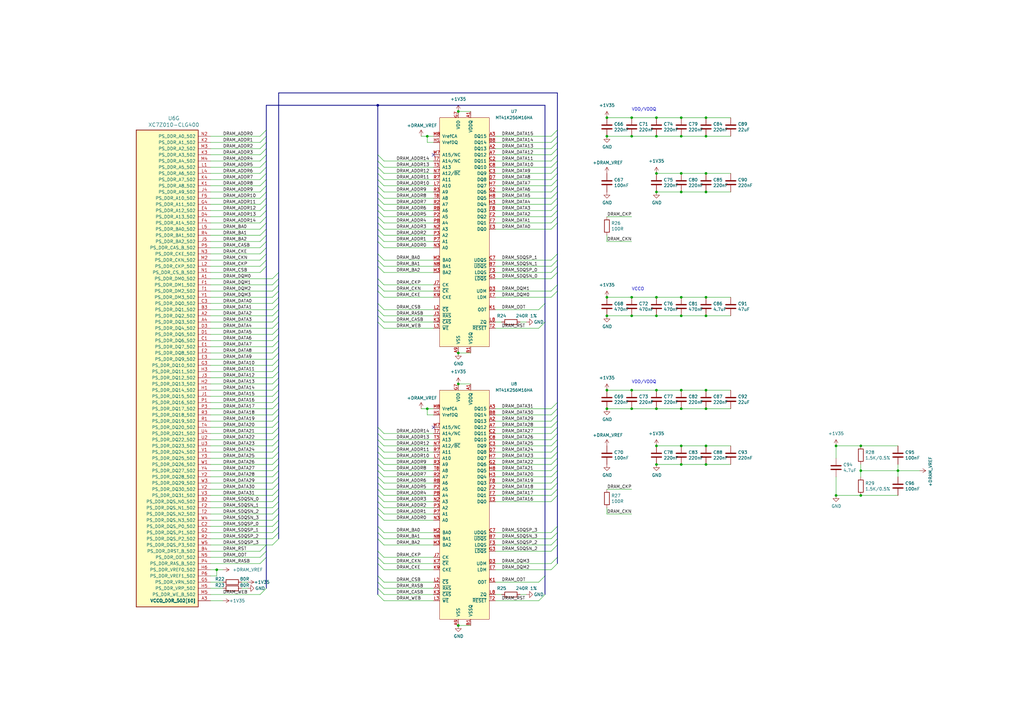
<source format=kicad_sch>
(kicad_sch (version 20230121) (generator eeschema)
  (paper "A3")
  (title_block (title "InuCal") (date "2020-06-30") (rev "R0.1") (company "Wenting Zhang") (comment 1 "zephray@outlook.com") (comment 2 "www.zephray.me"))
  (junction (at 279.4 182.88))
  (junction (at 279.4 55.88))
  (junction (at 269.24 129.54))
  (junction (at 289.56 190.5))
  (junction (at 269.24 71.12))
  (junction (at 259.08 167.64))
  (junction (at 289.56 167.64))
  (junction (at 289.56 160.02))
  (junction (at 289.56 78.74))
  (junction (at 187.96 144.78))
  (junction (at 279.4 129.54))
  (junction (at 289.56 55.88))
  (junction (at 289.56 182.88))
  (junction (at 248.92 48.26))
  (junction (at 368.3 193.04))
  (junction (at 248.92 160.02))
  (junction (at 187.96 256.54))
  (junction (at 279.4 121.92))
  (junction (at 88.9 233.68))
  (junction (at 342.9 203.2))
  (junction (at 248.92 55.88))
  (junction (at 259.08 160.02))
  (junction (at 353.06 182.88))
  (junction (at 248.92 167.64))
  (junction (at 353.06 193.04))
  (junction (at 259.08 129.54))
  (junction (at 269.24 160.02))
  (junction (at 269.24 78.74))
  (junction (at 279.4 78.74))
  (junction (at 353.06 203.2))
  (junction (at 269.24 121.92))
  (junction (at 175.26 167.64))
  (junction (at 269.24 55.88))
  (junction (at 289.56 48.26))
  (junction (at 279.4 48.26))
  (junction (at 154.94 43.18))
  (junction (at 248.92 129.54))
  (junction (at 289.56 121.92))
  (junction (at 259.08 55.88))
  (junction (at 269.24 48.26))
  (junction (at 175.26 55.88))
  (junction (at 248.92 121.92))
  (junction (at 259.08 48.26))
  (junction (at 279.4 167.64))
  (junction (at 259.08 121.92))
  (junction (at 279.4 160.02))
  (junction (at 269.24 182.88))
  (junction (at 279.4 71.12))
  (junction (at 269.24 190.5))
  (junction (at 279.4 190.5))
  (junction (at 187.96 45.72))
  (junction (at 342.9 182.88))
  (junction (at 289.56 71.12))
  (junction (at 187.96 157.48))
  (junction (at 289.56 129.54))
  (junction (at 269.24 167.64))
  (no_connect (at 177.8 175.26))
  (no_connect (at 177.8 63.5))
  (bus_entry (at 154.94 200.66) (size 2.54 2.54))
  (bus_entry (at 226.06 175.26) (size 2.54 -2.54))
  (bus_entry (at 154.94 63.5) (size 2.54 2.54))
  (bus_entry (at 226.06 60.96) (size 2.54 -2.54))
  (bus_entry (at 111.76 167.64) (size 2.54 -2.54))
  (bus_entry (at 106.68 111.76) (size 2.54 -2.54))
  (bus_entry (at 106.68 101.6) (size 2.54 -2.54))
  (bus_entry (at 106.68 243.84) (size 2.54 -2.54))
  (bus_entry (at 226.06 55.88) (size 2.54 -2.54))
  (bus_entry (at 111.76 175.26) (size 2.54 -2.54))
  (bus_entry (at 111.76 220.98) (size 2.54 -2.54))
  (bus_entry (at 226.06 114.3) (size 2.54 -2.54))
  (bus_entry (at 226.06 193.04) (size 2.54 -2.54))
  (bus_entry (at 226.06 205.74) (size 2.54 -2.54))
  (bus_entry (at 226.06 218.44) (size 2.54 -2.54))
  (bus_entry (at 154.94 127) (size 2.54 2.54))
  (bus_entry (at 154.94 93.98) (size 2.54 2.54))
  (bus_entry (at 154.94 190.5) (size 2.54 2.54))
  (bus_entry (at 220.98 134.62) (size 2.54 -2.54))
  (bus_entry (at 226.06 233.68) (size 2.54 -2.54))
  (bus_entry (at 226.06 78.74) (size 2.54 -2.54))
  (bus_entry (at 220.98 127) (size 2.54 -2.54))
  (bus_entry (at 226.06 182.88) (size 2.54 -2.54))
  (bus_entry (at 111.76 208.28) (size 2.54 -2.54))
  (bus_entry (at 111.76 162.56) (size 2.54 -2.54))
  (bus_entry (at 106.68 93.98) (size 2.54 -2.54))
  (bus_entry (at 111.76 185.42) (size 2.54 -2.54))
  (bus_entry (at 226.06 91.44) (size 2.54 -2.54))
  (bus_entry (at 226.06 185.42) (size 2.54 -2.54))
  (bus_entry (at 111.76 218.44) (size 2.54 -2.54))
  (bus_entry (at 111.76 198.12) (size 2.54 -2.54))
  (bus_entry (at 111.76 170.18) (size 2.54 -2.54))
  (bus_entry (at 111.76 121.92) (size 2.54 -2.54))
  (bus_entry (at 154.94 96.52) (size 2.54 2.54))
  (bus_entry (at 111.76 213.36) (size 2.54 -2.54))
  (bus_entry (at 154.94 210.82) (size 2.54 2.54))
  (bus_entry (at 111.76 127) (size 2.54 -2.54))
  (bus_entry (at 111.76 160.02) (size 2.54 -2.54))
  (bus_entry (at 106.68 109.22) (size 2.54 -2.54))
  (bus_entry (at 111.76 144.78) (size 2.54 -2.54))
  (bus_entry (at 226.06 220.98) (size 2.54 -2.54))
  (bus_entry (at 154.94 86.36) (size 2.54 2.54))
  (bus_entry (at 226.06 167.64) (size 2.54 -2.54))
  (bus_entry (at 154.94 132.08) (size 2.54 2.54))
  (bus_entry (at 111.76 223.52) (size 2.54 -2.54))
  (bus_entry (at 154.94 106.68) (size 2.54 2.54))
  (bus_entry (at 111.76 152.4) (size 2.54 -2.54))
  (bus_entry (at 111.76 190.5) (size 2.54 -2.54))
  (bus_entry (at 226.06 200.66) (size 2.54 -2.54))
  (bus_entry (at 226.06 190.5) (size 2.54 -2.54))
  (bus_entry (at 154.94 205.74) (size 2.54 2.54))
  (bus_entry (at 106.68 71.12) (size 2.54 -2.54))
  (bus_entry (at 154.94 182.88) (size 2.54 2.54))
  (bus_entry (at 154.94 236.22) (size 2.54 2.54))
  (bus_entry (at 111.76 205.74) (size 2.54 -2.54))
  (bus_entry (at 111.76 157.48) (size 2.54 -2.54))
  (bus_entry (at 154.94 193.04) (size 2.54 2.54))
  (bus_entry (at 154.94 218.44) (size 2.54 2.54))
  (bus_entry (at 226.06 88.9) (size 2.54 -2.54))
  (bus_entry (at 111.76 215.9) (size 2.54 -2.54))
  (bus_entry (at 226.06 63.5) (size 2.54 -2.54))
  (bus_entry (at 106.68 60.96) (size 2.54 -2.54))
  (bus_entry (at 106.68 81.28) (size 2.54 -2.54))
  (bus_entry (at 106.68 99.06) (size 2.54 -2.54))
  (bus_entry (at 226.06 187.96) (size 2.54 -2.54))
  (bus_entry (at 154.94 175.26) (size 2.54 2.54))
  (bus_entry (at 154.94 243.84) (size 2.54 2.54))
  (bus_entry (at 154.94 195.58) (size 2.54 2.54))
  (bus_entry (at 106.68 226.06) (size 2.54 -2.54))
  (bus_entry (at 226.06 71.12) (size 2.54 -2.54))
  (bus_entry (at 226.06 111.76) (size 2.54 -2.54))
  (bus_entry (at 154.94 88.9) (size 2.54 2.54))
  (bus_entry (at 154.94 116.84) (size 2.54 2.54))
  (bus_entry (at 154.94 83.82) (size 2.54 2.54))
  (bus_entry (at 106.68 76.2) (size 2.54 -2.54))
  (bus_entry (at 226.06 58.42) (size 2.54 -2.54))
  (bus_entry (at 154.94 241.3) (size 2.54 2.54))
  (bus_entry (at 154.94 91.44) (size 2.54 2.54))
  (bus_entry (at 111.76 193.04) (size 2.54 -2.54))
  (bus_entry (at 154.94 78.74) (size 2.54 2.54))
  (bus_entry (at 154.94 198.12) (size 2.54 2.54))
  (bus_entry (at 154.94 177.8) (size 2.54 2.54))
  (bus_entry (at 226.06 109.22) (size 2.54 -2.54))
  (bus_entry (at 226.06 76.2) (size 2.54 -2.54))
  (bus_entry (at 154.94 129.54) (size 2.54 2.54))
  (bus_entry (at 154.94 180.34) (size 2.54 2.54))
  (bus_entry (at 106.68 66.04) (size 2.54 -2.54))
  (bus_entry (at 111.76 116.84) (size 2.54 -2.54))
  (bus_entry (at 226.06 106.68) (size 2.54 -2.54))
  (bus_entry (at 226.06 68.58) (size 2.54 -2.54))
  (bus_entry (at 154.94 104.14) (size 2.54 2.54))
  (bus_entry (at 154.94 109.22) (size 2.54 2.54))
  (bus_entry (at 111.76 165.1) (size 2.54 -2.54))
  (bus_entry (at 106.68 63.5) (size 2.54 -2.54))
  (bus_entry (at 154.94 119.38) (size 2.54 2.54))
  (bus_entry (at 226.06 180.34) (size 2.54 -2.54))
  (bus_entry (at 226.06 195.58) (size 2.54 -2.54))
  (bus_entry (at 111.76 139.7) (size 2.54 -2.54))
  (bus_entry (at 154.94 71.12) (size 2.54 2.54))
  (bus_entry (at 226.06 198.12) (size 2.54 -2.54))
  (bus_entry (at 226.06 203.2) (size 2.54 -2.54))
  (bus_entry (at 226.06 73.66) (size 2.54 -2.54))
  (bus_entry (at 226.06 231.14) (size 2.54 -2.54))
  (bus_entry (at 111.76 200.66) (size 2.54 -2.54))
  (bus_entry (at 226.06 223.52) (size 2.54 -2.54))
  (bus_entry (at 106.68 228.6) (size 2.54 -2.54))
  (bus_entry (at 111.76 142.24) (size 2.54 -2.54))
  (bus_entry (at 154.94 99.06) (size 2.54 2.54))
  (bus_entry (at 111.76 187.96) (size 2.54 -2.54))
  (bus_entry (at 111.76 195.58) (size 2.54 -2.54))
  (bus_entry (at 226.06 93.98) (size 2.54 -2.54))
  (bus_entry (at 226.06 66.04) (size 2.54 -2.54))
  (bus_entry (at 111.76 137.16) (size 2.54 -2.54))
  (bus_entry (at 106.68 78.74) (size 2.54 -2.54))
  (bus_entry (at 106.68 91.44) (size 2.54 -2.54))
  (bus_entry (at 226.06 170.18) (size 2.54 -2.54))
  (bus_entry (at 154.94 228.6) (size 2.54 2.54))
  (bus_entry (at 111.76 132.08) (size 2.54 -2.54))
  (bus_entry (at 154.94 215.9) (size 2.54 2.54))
  (bus_entry (at 111.76 119.38) (size 2.54 -2.54))
  (bus_entry (at 106.68 83.82) (size 2.54 -2.54))
  (bus_entry (at 106.68 96.52) (size 2.54 -2.54))
  (bus_entry (at 106.68 73.66) (size 2.54 -2.54))
  (bus_entry (at 154.94 81.28) (size 2.54 2.54))
  (bus_entry (at 154.94 76.2) (size 2.54 2.54))
  (bus_entry (at 111.76 172.72) (size 2.54 -2.54))
  (bus_entry (at 106.68 58.42) (size 2.54 -2.54))
  (bus_entry (at 226.06 172.72) (size 2.54 -2.54))
  (bus_entry (at 111.76 180.34) (size 2.54 -2.54))
  (bus_entry (at 154.94 226.06) (size 2.54 2.54))
  (bus_entry (at 154.94 66.04) (size 2.54 2.54))
  (bus_entry (at 106.68 104.14) (size 2.54 -2.54))
  (bus_entry (at 106.68 86.36) (size 2.54 -2.54))
  (bus_entry (at 111.76 149.86) (size 2.54 -2.54))
  (bus_entry (at 226.06 121.92) (size 2.54 -2.54))
  (bus_entry (at 111.76 203.2) (size 2.54 -2.54))
  (bus_entry (at 111.76 114.3) (size 2.54 -2.54))
  (bus_entry (at 154.94 203.2) (size 2.54 2.54))
  (bus_entry (at 106.68 68.58) (size 2.54 -2.54))
  (bus_entry (at 154.94 114.3) (size 2.54 2.54))
  (bus_entry (at 111.76 154.94) (size 2.54 -2.54))
  (bus_entry (at 154.94 187.96) (size 2.54 2.54))
  (bus_entry (at 106.68 106.68) (size 2.54 -2.54))
  (bus_entry (at 111.76 134.62) (size 2.54 -2.54))
  (bus_entry (at 106.68 231.14) (size 2.54 -2.54))
  (bus_entry (at 106.68 55.88) (size 2.54 -2.54))
  (bus_entry (at 226.06 86.36) (size 2.54 -2.54))
  (bus_entry (at 154.94 220.98) (size 2.54 2.54))
  (bus_entry (at 226.06 83.82) (size 2.54 -2.54))
  (bus_entry (at 154.94 208.28) (size 2.54 2.54))
  (bus_entry (at 226.06 119.38) (size 2.54 -2.54))
  (bus_entry (at 226.06 81.28) (size 2.54 -2.54))
  (bus_entry (at 111.76 129.54) (size 2.54 -2.54))
  (bus_entry (at 111.76 177.8) (size 2.54 -2.54))
  (bus_entry (at 226.06 177.8) (size 2.54 -2.54))
  (bus_entry (at 154.94 124.46) (size 2.54 2.54))
  (bus_entry (at 220.98 238.76) (size 2.54 -2.54))
  (bus_entry (at 154.94 231.14) (size 2.54 2.54))
  (bus_entry (at 111.76 182.88) (size 2.54 -2.54))
  (bus_entry (at 154.94 185.42) (size 2.54 2.54))
  (bus_entry (at 111.76 210.82) (size 2.54 -2.54))
  (bus_entry (at 154.94 238.76) (size 2.54 2.54))
  (bus_entry (at 106.68 88.9) (size 2.54 -2.54))
  (bus_entry (at 111.76 147.32) (size 2.54 -2.54))
  (bus_entry (at 111.76 124.46) (size 2.54 -2.54))
  (bus_entry (at 154.94 68.58) (size 2.54 2.54))
  (bus_entry (at 154.94 73.66) (size 2.54 2.54))
  (bus_entry (at 226.06 226.06) (size 2.54 -2.54))
  (bus_entry (at 220.98 246.38) (size 2.54 -2.54))
  (wire (pts (xy 368.3 190.5) (xy 368.3 193.04)))
  (wire (pts (xy 86.36 180.34) (xy 111.76 180.34)))
  (bus (pts (xy 154.94 177.8) (xy 154.94 180.34)))
  (bus (pts (xy 228.6 200.66) (xy 228.6 203.2)))
  (bus (pts (xy 154.94 43.18) (xy 154.94 63.5)))
  (bus (pts (xy 228.6 38.1) (xy 228.6 53.34)))
  (wire (pts (xy 157.48 220.98) (xy 177.8 220.98)))
  (wire (pts (xy 106.68 99.06) (xy 86.36 99.06)))
  (wire (pts (xy 86.36 134.62) (xy 111.76 134.62)))
  (bus (pts (xy 114.3 208.28) (xy 114.3 210.82)))
  (bus (pts (xy 114.3 124.46) (xy 114.3 127)))
  (wire (pts (xy 99.06 238.76) (xy 101.6 238.76)))
  (wire (pts (xy 157.48 182.88) (xy 177.8 182.88)))
  (bus (pts (xy 228.6 91.44) (xy 228.6 104.14)))
  (bus (pts (xy 114.3 144.78) (xy 114.3 147.32)))
  (bus (pts (xy 109.22 68.58) (xy 109.22 71.12)))
  (wire (pts (xy 220.98 238.76) (xy 203.2 238.76)))
  (wire (pts (xy 157.48 195.58) (xy 177.8 195.58)))
  (bus (pts (xy 228.6 106.68) (xy 228.6 109.22)))
  (bus (pts (xy 154.94 218.44) (xy 154.94 220.98)))
  (wire (pts (xy 203.2 134.62) (xy 220.98 134.62)))
  (bus (pts (xy 154.94 190.5) (xy 154.94 193.04)))
  (wire (pts (xy 353.06 190.5) (xy 353.06 193.04)))
  (wire (pts (xy 86.36 170.18) (xy 111.76 170.18)))
  (wire (pts (xy 203.2 223.52) (xy 226.06 223.52)))
  (bus (pts (xy 154.94 231.14) (xy 154.94 236.22)))
  (wire (pts (xy 157.48 101.6) (xy 177.8 101.6)))
  (wire (pts (xy 157.48 129.54) (xy 177.8 129.54)))
  (bus (pts (xy 154.94 68.58) (xy 154.94 71.12)))
  (wire (pts (xy 269.24 190.5) (xy 279.4 190.5)))
  (wire (pts (xy 106.68 88.9) (xy 86.36 88.9)))
  (wire (pts (xy 203.2 88.9) (xy 226.06 88.9)))
  (wire (pts (xy 86.36 175.26) (xy 111.76 175.26)))
  (bus (pts (xy 154.94 124.46) (xy 154.94 127)))
  (bus (pts (xy 154.94 78.74) (xy 154.94 81.28)))
  (bus (pts (xy 228.6 53.34) (xy 228.6 55.88)))
  (bus (pts (xy 109.22 88.9) (xy 109.22 91.44)))
  (wire (pts (xy 368.3 203.2) (xy 353.06 203.2)))
  (wire (pts (xy 157.48 81.28) (xy 177.8 81.28)))
  (wire (pts (xy 157.48 208.28) (xy 177.8 208.28)))
  (bus (pts (xy 228.6 193.04) (xy 228.6 195.58)))
  (wire (pts (xy 106.68 81.28) (xy 86.36 81.28)))
  (wire (pts (xy 86.36 162.56) (xy 111.76 162.56)))
  (wire (pts (xy 203.2 190.5) (xy 226.06 190.5)))
  (wire (pts (xy 86.36 177.8) (xy 111.76 177.8)))
  (bus (pts (xy 109.22 109.22) (xy 109.22 223.52)))
  (wire (pts (xy 86.36 220.98) (xy 111.76 220.98)))
  (wire (pts (xy 86.36 121.92) (xy 111.76 121.92)))
  (wire (pts (xy 187.96 45.72) (xy 193.04 45.72)))
  (wire (pts (xy 157.48 223.52) (xy 177.8 223.52)))
  (wire (pts (xy 157.48 203.2) (xy 177.8 203.2)))
  (wire (pts (xy 299.72 48.26) (xy 289.56 48.26)))
  (wire (pts (xy 86.36 137.16) (xy 111.76 137.16)))
  (wire (pts (xy 248.92 160.02) (xy 259.08 160.02)))
  (bus (pts (xy 154.94 241.3) (xy 154.94 243.84)))
  (wire (pts (xy 157.48 233.68) (xy 177.8 233.68)))
  (bus (pts (xy 228.6 170.18) (xy 228.6 172.72)))
  (wire (pts (xy 279.4 129.54) (xy 269.24 129.54)))
  (bus (pts (xy 223.52 236.22) (xy 223.52 243.84)))
  (bus (pts (xy 154.94 205.74) (xy 154.94 208.28)))
  (wire (pts (xy 86.36 129.54) (xy 111.76 129.54)))
  (wire (pts (xy 289.56 129.54) (xy 279.4 129.54)))
  (wire (pts (xy 353.06 182.88) (xy 368.3 182.88)))
  (bus (pts (xy 114.3 165.1) (xy 114.3 167.64)))
  (bus (pts (xy 228.6 81.28) (xy 228.6 83.82)))
  (bus (pts (xy 228.6 185.42) (xy 228.6 187.96)))
  (bus (pts (xy 114.3 175.26) (xy 114.3 177.8)))
  (bus (pts (xy 228.6 60.96) (xy 228.6 63.5)))
  (bus (pts (xy 154.94 182.88) (xy 154.94 185.42)))
  (bus (pts (xy 109.22 96.52) (xy 109.22 99.06)))
  (bus (pts (xy 109.22 58.42) (xy 109.22 60.96)))
  (bus (pts (xy 154.94 43.18) (xy 109.22 43.18)))
  (wire (pts (xy 353.06 203.2) (xy 342.9 203.2)))
  (wire (pts (xy 106.68 68.58) (xy 86.36 68.58)))
  (wire (pts (xy 299.72 190.5) (xy 289.56 190.5)))
  (bus (pts (xy 228.6 73.66) (xy 228.6 76.2)))
  (wire (pts (xy 269.24 167.64) (xy 259.08 167.64)))
  (bus (pts (xy 228.6 175.26) (xy 228.6 177.8)))
  (bus (pts (xy 154.94 215.9) (xy 154.94 218.44)))
  (bus (pts (xy 228.6 187.96) (xy 228.6 190.5)))
  (bus (pts (xy 114.3 187.96) (xy 114.3 190.5)))
  (wire (pts (xy 203.2 109.22) (xy 226.06 109.22)))
  (wire (pts (xy 172.72 167.64) (xy 175.26 167.64)))
  (wire (pts (xy 86.36 210.82) (xy 111.76 210.82)))
  (wire (pts (xy 99.06 241.3) (xy 101.6 241.3)))
  (wire (pts (xy 203.2 167.64) (xy 226.06 167.64)))
  (wire (pts (xy 106.68 76.2) (xy 86.36 76.2)))
  (wire (pts (xy 157.48 119.38) (xy 177.8 119.38)))
  (bus (pts (xy 154.94 220.98) (xy 154.94 226.06)))
  (wire (pts (xy 203.2 58.42) (xy 226.06 58.42)))
  (bus (pts (xy 154.94 210.82) (xy 154.94 215.9)))
  (wire (pts (xy 86.36 165.1) (xy 111.76 165.1)))
  (bus (pts (xy 154.94 83.82) (xy 154.94 86.36)))
  (bus (pts (xy 154.94 238.76) (xy 154.94 241.3)))
  (bus (pts (xy 154.94 116.84) (xy 154.94 119.38)))
  (wire (pts (xy 157.48 187.96) (xy 177.8 187.96)))
  (bus (pts (xy 114.3 127) (xy 114.3 129.54)))
  (wire (pts (xy 157.48 246.38) (xy 177.8 246.38)))
  (bus (pts (xy 228.6 228.6) (xy 228.6 231.14)))
  (bus (pts (xy 228.6 119.38) (xy 228.6 165.1)))
  (wire (pts (xy 203.2 226.06) (xy 226.06 226.06)))
  (bus (pts (xy 114.3 134.62) (xy 114.3 137.16)))
  (bus (pts (xy 228.6 215.9) (xy 228.6 218.44)))
  (bus (pts (xy 114.3 195.58) (xy 114.3 198.12)))
  (wire (pts (xy 203.2 231.14) (xy 226.06 231.14)))
  (wire (pts (xy 203.2 111.76) (xy 226.06 111.76)))
  (wire (pts (xy 86.36 208.28) (xy 111.76 208.28)))
  (wire (pts (xy 175.26 58.42) (xy 175.26 55.88)))
  (bus (pts (xy 114.3 147.32) (xy 114.3 149.86)))
  (wire (pts (xy 299.72 182.88) (xy 289.56 182.88)))
  (bus (pts (xy 109.22 60.96) (xy 109.22 63.5)))
  (bus (pts (xy 154.94 71.12) (xy 154.94 73.66)))
  (bus (pts (xy 228.6 195.58) (xy 228.6 198.12)))
  (wire (pts (xy 157.48 91.44) (xy 177.8 91.44)))
  (wire (pts (xy 86.36 185.42) (xy 111.76 185.42)))
  (bus (pts (xy 154.94 86.36) (xy 154.94 88.9)))
  (wire (pts (xy 86.36 147.32) (xy 111.76 147.32)))
  (wire (pts (xy 86.36 152.4) (xy 111.76 152.4)))
  (bus (pts (xy 154.94 106.68) (xy 154.94 109.22)))
  (wire (pts (xy 86.36 238.76) (xy 91.44 238.76)))
  (bus (pts (xy 109.22 43.18) (xy 109.22 53.34)))
  (bus (pts (xy 114.3 167.64) (xy 114.3 170.18)))
  (bus (pts (xy 228.6 71.12) (xy 228.6 73.66)))
  (wire (pts (xy 86.36 187.96) (xy 111.76 187.96)))
  (wire (pts (xy 86.36 241.3) (xy 91.44 241.3)))
  (wire (pts (xy 203.2 246.38) (xy 220.98 246.38)))
  (bus (pts (xy 154.94 96.52) (xy 154.94 99.06)))
  (wire (pts (xy 106.68 73.66) (xy 86.36 73.66)))
  (bus (pts (xy 109.22 76.2) (xy 109.22 78.74)))
  (wire (pts (xy 157.48 231.14) (xy 177.8 231.14)))
  (bus (pts (xy 223.52 124.46) (xy 223.52 132.08)))
  (wire (pts (xy 86.36 154.94) (xy 111.76 154.94)))
  (bus (pts (xy 109.22 101.6) (xy 109.22 104.14)))
  (wire (pts (xy 157.48 190.5) (xy 177.8 190.5)))
  (bus (pts (xy 114.3 203.2) (xy 114.3 205.74)))
  (wire (pts (xy 157.48 78.74) (xy 177.8 78.74)))
  (wire (pts (xy 157.48 134.62) (xy 177.8 134.62)))
  (wire (pts (xy 106.68 78.74) (xy 86.36 78.74)))
  (bus (pts (xy 114.3 129.54) (xy 114.3 132.08)))
  (wire (pts (xy 368.3 193.04) (xy 368.3 195.58)))
  (wire (pts (xy 259.08 160.02) (xy 269.24 160.02)))
  (wire (pts (xy 220.98 127) (xy 203.2 127)))
  (bus (pts (xy 228.6 104.14) (xy 228.6 106.68)))
  (wire (pts (xy 86.36 127) (xy 111.76 127)))
  (wire (pts (xy 248.92 99.06) (xy 248.92 96.52)))
  (bus (pts (xy 228.6 172.72) (xy 228.6 175.26)))
  (bus (pts (xy 114.3 116.84) (xy 114.3 119.38)))
  (bus (pts (xy 228.6 116.84) (xy 228.6 119.38)))
  (wire (pts (xy 157.48 177.8) (xy 177.8 177.8)))
  (bus (pts (xy 114.3 170.18) (xy 114.3 172.72)))
  (wire (pts (xy 86.36 203.2) (xy 111.76 203.2)))
  (wire (pts (xy 86.36 218.44) (xy 111.76 218.44)))
  (bus (pts (xy 114.3 210.82) (xy 114.3 213.36)))
  (bus (pts (xy 154.94 228.6) (xy 154.94 231.14)))
  (wire (pts (xy 106.68 66.04) (xy 86.36 66.04)))
  (wire (pts (xy 269.24 78.74) (xy 279.4 78.74)))
  (bus (pts (xy 154.94 93.98) (xy 154.94 96.52)))
  (wire (pts (xy 157.48 111.76) (xy 177.8 111.76)))
  (bus (pts (xy 154.94 104.14) (xy 154.94 106.68)))
  (wire (pts (xy 203.2 195.58) (xy 226.06 195.58)))
  (wire (pts (xy 106.68 60.96) (xy 86.36 60.96)))
  (wire (pts (xy 86.36 149.86) (xy 111.76 149.86)))
  (wire (pts (xy 106.68 228.6) (xy 86.36 228.6)))
  (bus (pts (xy 114.3 139.7) (xy 114.3 142.24)))
  (wire (pts (xy 203.2 91.44) (xy 226.06 91.44)))
  (bus (pts (xy 109.22 55.88) (xy 109.22 58.42)))
  (wire (pts (xy 203.2 175.26) (xy 226.06 175.26)))
  (wire (pts (xy 157.48 200.66) (xy 177.8 200.66)))
  (wire (pts (xy 175.26 170.18) (xy 175.26 167.64)))
  (wire (pts (xy 157.48 132.08) (xy 177.8 132.08)))
  (bus (pts (xy 114.3 162.56) (xy 114.3 165.1)))
  (wire (pts (xy 86.36 114.3) (xy 111.76 114.3)))
  (wire (pts (xy 157.48 73.66) (xy 177.8 73.66)))
  (bus (pts (xy 228.6 165.1) (xy 228.6 167.64)))
  (wire (pts (xy 86.36 190.5) (xy 111.76 190.5)))
  (bus (pts (xy 228.6 220.98) (xy 228.6 223.52)))
  (wire (pts (xy 259.08 121.92) (xy 269.24 121.92)))
  (wire (pts (xy 269.24 71.12) (xy 279.4 71.12)))
  (bus (pts (xy 154.94 114.3) (xy 154.94 116.84)))
  (wire (pts (xy 86.36 246.38) (xy 91.44 246.38)))
  (wire (pts (xy 299.72 167.64) (xy 289.56 167.64)))
  (bus (pts (xy 154.94 226.06) (xy 154.94 228.6)))
  (wire (pts (xy 106.68 231.14) (xy 86.36 231.14)))
  (bus (pts (xy 228.6 78.74) (xy 228.6 81.28)))
  (bus (pts (xy 114.3 132.08) (xy 114.3 134.62)))
  (wire (pts (xy 203.2 205.74) (xy 226.06 205.74)))
  (wire (pts (xy 353.06 193.04) (xy 368.3 193.04)))
  (wire (pts (xy 106.68 243.84) (xy 86.36 243.84)))
  (bus (pts (xy 109.22 223.52) (xy 109.22 226.06)))
  (wire (pts (xy 203.2 180.34) (xy 226.06 180.34)))
  (wire (pts (xy 157.48 99.06) (xy 177.8 99.06)))
  (wire (pts (xy 289.56 167.64) (xy 279.4 167.64)))
  (wire (pts (xy 106.68 63.5) (xy 86.36 63.5)))
  (wire (pts (xy 157.48 228.6) (xy 177.8 228.6)))
  (bus (pts (xy 228.6 76.2) (xy 228.6 78.74)))
  (wire (pts (xy 203.2 220.98) (xy 226.06 220.98)))
  (wire (pts (xy 289.56 48.26) (xy 279.4 48.26)))
  (wire (pts (xy 377.19 193.04) (xy 368.3 193.04)))
  (wire (pts (xy 175.26 167.64) (xy 177.8 167.64)))
  (wire (pts (xy 106.68 109.22) (xy 86.36 109.22)))
  (bus (pts (xy 109.22 93.98) (xy 109.22 96.52)))
  (bus (pts (xy 154.94 195.58) (xy 154.94 198.12)))
  (wire (pts (xy 203.2 172.72) (xy 226.06 172.72)))
  (wire (pts (xy 187.96 144.78) (xy 193.04 144.78)))
  (wire (pts (xy 177.8 170.18) (xy 175.26 170.18)))
  (wire (pts (xy 203.2 106.68) (xy 226.06 106.68)))
  (bus (pts (xy 228.6 218.44) (xy 228.6 220.98)))
  (wire (pts (xy 86.36 215.9) (xy 111.76 215.9)))
  (wire (pts (xy 106.68 104.14) (xy 86.36 104.14)))
  (bus (pts (xy 228.6 180.34) (xy 228.6 182.88)))
  (bus (pts (xy 154.94 127) (xy 154.94 129.54)))
  (wire (pts (xy 187.96 157.48) (xy 193.04 157.48)))
  (wire (pts (xy 157.48 116.84) (xy 177.8 116.84)))
  (wire (pts (xy 157.48 109.22) (xy 177.8 109.22)))
  (bus (pts (xy 114.3 114.3) (xy 114.3 116.84)))
  (bus (pts (xy 154.94 76.2) (xy 154.94 78.74)))
  (wire (pts (xy 157.48 76.2) (xy 177.8 76.2)))
  (bus (pts (xy 154.94 208.28) (xy 154.94 210.82)))
  (wire (pts (xy 299.72 121.92) (xy 289.56 121.92)))
  (bus (pts (xy 109.22 73.66) (xy 109.22 76.2)))
  (bus (pts (xy 228.6 83.82) (xy 228.6 86.36)))
  (bus (pts (xy 154.94 91.44) (xy 154.94 93.98)))
  (wire (pts (xy 106.68 91.44) (xy 86.36 91.44)))
  (bus (pts (xy 228.6 63.5) (xy 228.6 66.04)))
  (wire (pts (xy 203.2 187.96) (xy 226.06 187.96)))
  (bus (pts (xy 223.52 43.18) (xy 223.52 124.46)))
  (wire (pts (xy 203.2 81.28) (xy 226.06 81.28)))
  (wire (pts (xy 269.24 182.88) (xy 279.4 182.88)))
  (wire (pts (xy 203.2 198.12) (xy 226.06 198.12)))
  (wire (pts (xy 203.2 203.2) (xy 226.06 203.2)))
  (wire (pts (xy 106.68 93.98) (xy 86.36 93.98)))
  (wire (pts (xy 88.9 236.22) (xy 88.9 233.68)))
  (bus (pts (xy 154.94 175.26) (xy 154.94 177.8)))
  (wire (pts (xy 289.56 190.5) (xy 279.4 190.5)))
  (wire (pts (xy 106.68 226.06) (xy 86.36 226.06)))
  (bus (pts (xy 228.6 68.58) (xy 228.6 71.12)))
  (bus (pts (xy 114.3 177.8) (xy 114.3 180.34)))
  (bus (pts (xy 154.94 73.66) (xy 154.94 76.2)))
  (wire (pts (xy 157.48 193.04) (xy 177.8 193.04)))
  (wire (pts (xy 248.92 210.82) (xy 248.92 208.28)))
  (wire (pts (xy 203.2 119.38) (xy 226.06 119.38)))
  (wire (pts (xy 203.2 71.12) (xy 226.06 71.12)))
  (wire (pts (xy 248.92 121.92) (xy 259.08 121.92)))
  (wire (pts (xy 88.9 233.68) (xy 91.44 233.68)))
  (wire (pts (xy 279.4 167.64) (xy 269.24 167.64)))
  (bus (pts (xy 228.6 86.36) (xy 228.6 88.9)))
  (wire (pts (xy 86.36 144.78) (xy 111.76 144.78)))
  (bus (pts (xy 154.94 185.42) (xy 154.94 187.96)))
  (wire (pts (xy 248.92 55.88) (xy 259.08 55.88)))
  (wire (pts (xy 203.2 200.66) (xy 226.06 200.66)))
  (bus (pts (xy 228.6 177.8) (xy 228.6 180.34)))
  (wire (pts (xy 86.36 236.22) (xy 88.9 236.22)))
  (wire (pts (xy 203.2 66.04) (xy 226.06 66.04)))
  (bus (pts (xy 228.6 66.04) (xy 228.6 68.58)))
  (bus (pts (xy 154.94 109.22) (xy 154.94 114.3)))
  (wire (pts (xy 157.48 83.82) (xy 177.8 83.82)))
  (wire (pts (xy 86.36 172.72) (xy 111.76 172.72)))
  (bus (pts (xy 114.3 218.44) (xy 114.3 220.98)))
  (wire (pts (xy 106.68 86.36) (xy 86.36 86.36)))
  (wire (pts (xy 86.36 167.64) (xy 111.76 167.64)))
  (wire (pts (xy 203.2 121.92) (xy 226.06 121.92)))
  (bus (pts (xy 109.22 83.82) (xy 109.22 86.36)))
  (wire (pts (xy 86.36 142.24) (xy 111.76 142.24)))
  (bus (pts (xy 114.3 149.86) (xy 114.3 152.4)))
  (bus (pts (xy 109.22 53.34) (xy 109.22 55.88)))
  (wire (pts (xy 106.68 58.42) (xy 86.36 58.42)))
  (bus (pts (xy 109.22 226.06) (xy 109.22 228.6)))
  (wire (pts (xy 259.08 210.82) (xy 248.92 210.82)))
  (wire (pts (xy 203.2 63.5) (xy 226.06 63.5)))
  (wire (pts (xy 157.48 241.3) (xy 177.8 241.3)))
  (wire (pts (xy 86.36 200.66) (xy 111.76 200.66)))
  (wire (pts (xy 86.36 139.7) (xy 111.76 139.7)))
  (wire (pts (xy 106.68 106.68) (xy 86.36 106.68)))
  (wire (pts (xy 203.2 182.88) (xy 226.06 182.88)))
  (wire (pts (xy 203.2 114.3) (xy 226.06 114.3)))
  (bus (pts (xy 154.94 180.34) (xy 154.94 182.88)))
  (wire (pts (xy 203.2 132.08) (xy 205.74 132.08)))
  (wire (pts (xy 86.36 160.02) (xy 111.76 160.02)))
  (wire (pts (xy 299.72 55.88) (xy 289.56 55.88)))
  (bus (pts (xy 223.52 132.08) (xy 223.52 236.22)))
  (wire (pts (xy 157.48 68.58) (xy 177.8 68.58)))
  (bus (pts (xy 228.6 58.42) (xy 228.6 60.96)))
  (wire (pts (xy 157.48 93.98) (xy 177.8 93.98)))
  (wire (pts (xy 157.48 213.36) (xy 177.8 213.36)))
  (wire (pts (xy 157.48 243.84) (xy 177.8 243.84)))
  (bus (pts (xy 114.3 121.92) (xy 114.3 124.46)))
  (bus (pts (xy 154.94 129.54) (xy 154.94 132.08)))
  (wire (pts (xy 248.92 48.26) (xy 259.08 48.26)))
  (wire (pts (xy 157.48 71.12) (xy 177.8 71.12)))
  (wire (pts (xy 353.06 193.04) (xy 353.06 195.58)))
  (wire (pts (xy 177.8 58.42) (xy 175.26 58.42)))
  (bus (pts (xy 154.94 200.66) (xy 154.94 203.2)))
  (bus (pts (xy 114.3 119.38) (xy 114.3 121.92)))
  (bus (pts (xy 109.22 106.68) (xy 109.22 109.22)))
  (wire (pts (xy 157.48 88.9) (xy 177.8 88.9)))
  (bus (pts (xy 154.94 236.22) (xy 154.94 238.76)))
  (bus (pts (xy 154.94 203.2) (xy 154.94 205.74)))
  (wire (pts (xy 86.36 233.68) (xy 88.9 233.68)))
  (wire (pts (xy 106.68 55.88) (xy 86.36 55.88)))
  (wire (pts (xy 289.56 121.92) (xy 279.4 121.92)))
  (bus (pts (xy 114.3 190.5) (xy 114.3 193.04)))
  (wire (pts (xy 86.36 198.12) (xy 111.76 198.12)))
  (wire (pts (xy 269.24 55.88) (xy 259.08 55.88)))
  (wire (pts (xy 203.2 193.04) (xy 226.06 193.04)))
  (bus (pts (xy 114.3 142.24) (xy 114.3 144.78)))
  (wire (pts (xy 289.56 55.88) (xy 279.4 55.88)))
  (bus (pts (xy 228.6 182.88) (xy 228.6 185.42)))
  (wire (pts (xy 157.48 127) (xy 177.8 127)))
  (wire (pts (xy 157.48 121.92) (xy 177.8 121.92)))
  (bus (pts (xy 114.3 198.12) (xy 114.3 200.66)))
  (wire (pts (xy 157.48 86.36) (xy 177.8 86.36)))
  (wire (pts (xy 289.56 160.02) (xy 299.72 160.02)))
  (wire (pts (xy 157.48 205.74) (xy 177.8 205.74)))
  (wire (pts (xy 299.72 129.54) (xy 289.56 129.54)))
  (bus (pts (xy 154.94 63.5) (xy 154.94 66.04)))
  (bus (pts (xy 154.94 187.96) (xy 154.94 190.5)))
  (wire (pts (xy 248.92 167.64) (xy 259.08 167.64)))
  (bus (pts (xy 109.22 91.44) (xy 109.22 93.98)))
  (wire (pts (xy 203.2 73.66) (xy 226.06 73.66)))
  (wire (pts (xy 106.68 96.52) (xy 86.36 96.52)))
  (wire (pts (xy 86.36 157.48) (xy 111.76 157.48)))
  (wire (pts (xy 157.48 198.12) (xy 177.8 198.12)))
  (bus (pts (xy 114.3 137.16) (xy 114.3 139.7)))
  (wire (pts (xy 203.2 218.44) (xy 226.06 218.44)))
  (wire (pts (xy 86.36 195.58) (xy 111.76 195.58)))
  (bus (pts (xy 228.6 167.64) (xy 228.6 170.18)))
  (wire (pts (xy 187.96 256.54) (xy 193.04 256.54)))
  (bus (pts (xy 114.3 185.42) (xy 114.3 187.96)))
  (wire (pts (xy 106.68 101.6) (xy 86.36 101.6)))
  (wire (pts (xy 289.56 78.74) (xy 279.4 78.74)))
  (bus (pts (xy 114.3 38.1) (xy 228.6 38.1)))
  (bus (pts (xy 114.3 180.34) (xy 114.3 182.88)))
  (wire (pts (xy 157.48 238.76) (xy 177.8 238.76)))
  (wire (pts (xy 106.68 83.82) (xy 86.36 83.82)))
  (wire (pts (xy 342.9 182.88) (xy 342.9 187.96)))
  (bus (pts (xy 114.3 160.02) (xy 114.3 162.56)))
  (bus (pts (xy 228.6 203.2) (xy 228.6 215.9)))
  (bus (pts (xy 114.3 111.76) (xy 114.3 114.3)))
  (wire (pts (xy 157.48 106.68) (xy 177.8 106.68)))
  (wire (pts (xy 342.9 182.88) (xy 353.06 182.88)))
  (wire (pts (xy 106.68 111.76) (xy 86.36 111.76)))
  (wire (pts (xy 172.72 55.88) (xy 175.26 55.88)))
  (wire (pts (xy 157.48 180.34) (xy 177.8 180.34)))
  (bus (pts (xy 114.3 213.36) (xy 114.3 215.9)))
  (bus (pts (xy 114.3 215.9) (xy 114.3 218.44)))
  (wire (pts (xy 269.24 129.54) (xy 259.08 129.54)))
  (wire (pts (xy 86.36 193.04) (xy 111.76 193.04)))
  (wire (pts (xy 203.2 68.58) (xy 226.06 68.58)))
  (bus (pts (xy 109.22 66.04) (xy 109.22 68.58)))
  (wire (pts (xy 86.36 205.74) (xy 111.76 205.74)))
  (bus (pts (xy 223.52 43.18) (xy 154.94 43.18)))
  (bus (pts (xy 154.94 66.04) (xy 154.94 68.58)))
  (bus (pts (xy 114.3 172.72) (xy 114.3 175.26)))
  (wire (pts (xy 203.2 243.84) (xy 205.74 243.84)))
  (bus (pts (xy 114.3 193.04) (xy 114.3 195.58)))
  (bus (pts (xy 109.22 78.74) (xy 109.22 81.28)))
  (wire (pts (xy 157.48 96.52) (xy 177.8 96.52)))
  (wire (pts (xy 279.4 121.92) (xy 269.24 121.92)))
  (bus (pts (xy 154.94 119.38) (xy 154.94 124.46)))
  (wire (pts (xy 157.48 210.82) (xy 177.8 210.82)))
  (bus (pts (xy 114.3 152.4) (xy 114.3 154.94)))
  (wire (pts (xy 279.4 182.88) (xy 289.56 182.88)))
  (bus (pts (xy 228.6 55.88) (xy 228.6 58.42)))
  (wire (pts (xy 86.36 124.46) (xy 111.76 124.46)))
  (bus (pts (xy 109.22 86.36) (xy 109.22 88.9)))
  (bus (pts (xy 154.94 198.12) (xy 154.94 200.66)))
  (bus (pts (xy 109.22 104.14) (xy 109.22 106.68)))
  (wire (pts (xy 279.4 160.02) (xy 289.56 160.02)))
  (bus (pts (xy 109.22 81.28) (xy 109.22 83.82)))
  (bus (pts (xy 228.6 190.5) (xy 228.6 193.04)))
  (wire (pts (xy 203.2 55.88) (xy 226.06 55.88)))
  (bus (pts (xy 109.22 99.06) (xy 109.22 101.6)))
  (wire (pts (xy 248.92 129.54) (xy 259.08 129.54)))
  (wire (pts (xy 203.2 83.82) (xy 226.06 83.82)))
  (bus (pts (xy 114.3 200.66) (xy 114.3 203.2)))
  (wire (pts (xy 248.92 88.9) (xy 259.08 88.9)))
  (wire (pts (xy 279.4 71.12) (xy 289.56 71.12)))
  (wire (pts (xy 342.9 195.58) (xy 342.9 203.2)))
  (wire (pts (xy 86.36 213.36) (xy 111.76 213.36)))
  (wire (pts (xy 203.2 78.74) (xy 226.06 78.74)))
  (bus (pts (xy 109.22 71.12) (xy 109.22 73.66)))
  (wire (pts (xy 109.22 223.52) (xy 111.76 223.52)))
  (bus (pts (xy 154.94 132.08) (xy 154.94 175.26)))
  (bus (pts (xy 228.6 198.12) (xy 228.6 200.66)))
  (wire (pts (xy 203.2 233.68) (xy 226.06 233.68)))
  (bus (pts (xy 114.3 38.1) (xy 114.3 111.76)))
  (bus (pts (xy 228.6 88.9) (xy 228.6 91.44)))
  (wire (pts (xy 259.08 99.06) (xy 248.92 99.06)))
  (bus (pts (xy 154.94 88.9) (xy 154.94 91.44)))
  (wire (pts (xy 157.48 185.42) (xy 177.8 185.42)))
  (wire (pts (xy 86.36 116.84) (xy 111.76 116.84)))
  (bus (pts (xy 228.6 109.22) (xy 228.6 111.76)))
  (bus (pts (xy 228.6 111.76) (xy 228.6 116.84)))
  (wire (pts (xy 203.2 185.42) (xy 226.06 185.42)))
  (wire (pts (xy 203.2 76.2) (xy 226.06 76.2)))
  (bus (pts (xy 154.94 81.28) (xy 154.94 83.82)))
  (bus (pts (xy 114.3 154.94) (xy 114.3 157.48)))
  (wire (pts (xy 86.36 119.38) (xy 111.76 119.38)))
  (bus (pts (xy 228.6 223.52) (xy 228.6 228.6)))
  (wire (pts (xy 259.08 48.26) (xy 269.24 48.26)))
  (wire (pts (xy 213.36 132.08) (xy 215.9 132.08)))
  (wire (pts (xy 86.36 182.88) (xy 111.76 182.88)))
  (wire (pts (xy 203.2 86.36) (xy 226.06 86.36)))
  (wire (pts (xy 86.36 223.52) (xy 109.22 223.52)))
  (wire (pts (xy 279.4 55.88) (xy 269.24 55.88)))
  (wire (pts (xy 175.26 55.88) (xy 177.8 55.88)))
  (wire (pts (xy 203.2 60.96) (xy 226.06 60.96)))
  (bus (pts (xy 114.3 182.88) (xy 114.3 185.42)))
  (wire (pts (xy 86.36 132.08) (xy 111.76 132.08)))
  (wire (pts (xy 299.72 78.74) (xy 289.56 78.74)))
  (wire (pts (xy 157.48 66.04) (xy 177.8 66.04)))
  (bus (pts (xy 154.94 193.04) (xy 154.94 195.58)))
  (wire (pts (xy 203.2 170.18) (xy 226.06 170.18)))
  (wire (pts (xy 203.2 93.98) (xy 226.06 93.98)))
  (wire (pts (xy 213.36 243.84) (xy 215.9 243.84)))
  (bus (pts (xy 109.22 63.5) (xy 109.22 66.04)))
  (wire (pts (xy 248.92 200.66) (xy 259.08 200.66)))
  (wire (pts (xy 157.48 218.44) (xy 177.8 218.44)))
  (wire (pts (xy 106.68 71.12) (xy 86.36 71.12)))
  (bus (pts (xy 114.3 205.74) (xy 114.3 208.28)))
  (wire (pts (xy 269.24 160.02) (xy 279.4 160.02)))
  (wire (pts (xy 299.72 71.12) (xy 289.56 71.12)))
  (bus (pts (xy 114.3 157.48) (xy 114.3 160.02)))
  (bus (pts (xy 154.94 99.06) (xy 154.94 104.14)))
  (bus (pts (xy 109.22 228.6) (xy 109.22 241.3)))
  (wire (pts (xy 203.2 177.8) (xy 226.06 177.8)))
  (wire (pts (xy 279.4 48.26) (xy 269.24 48.26)))
  (text "VDD/VDDQ" (at 259.08 157.48 0) (effects (font (size 1.27 1.27)) (justify left bottom)))
  (text "VCCO" (at 259.08 119.38 0) (effects (font (size 1.27 1.27)) (justify left bottom)))
  (text "VDD/VDDQ" (at 259.08 45.72 0) (effects (font (size 1.27 1.27)) (justify left bottom)))
  (label "DRAM_DATA21" (at 91.44 177.8 0))
  (label "DRAM_ADDR13" (at 162.56 180.34 0))
  (label "DRAM_ADDR2" (at 162.56 96.52 0))
  (label "DRAM_ADDR2" (at 162.56 208.28 0))
  (label "DRAM_SDQSP_1" (at 91.44 218.44 0))
  (label "DRAM_ODT" (at 205.74 127 0))
  (label "DRAM_DATA20" (at 205.74 195.58 0))
  (label "DRAM_DATA29" (at 205.74 172.72 0))
  (label "DRAM_DATA7" (at 91.44 142.24 0))
  (label "DRAM_DATA28" (at 91.44 195.58 0))
  (label "DRAM_CSB" (at 162.56 238.76 0))
  (label "DRAM_SDQSN_2" (at 205.74 226.06 0))
  (label "DRAM_CSB" (at 91.44 111.76 0))
  (label "DRAM_CKN" (at 259.08 210.82 180))
  (label "DRAM_DATA25" (at 205.74 182.88 0))
  (label "DRAM_CKP" (at 162.56 228.6 0))
  (label "DRAM_BA2" (at 162.56 111.76 0))
  (label "DRAM_ADDR9" (at 162.56 78.74 0))
  (label "DRAM_SDQSN_3" (at 205.74 220.98 0))
  (label "DRAM_ADDR12" (at 162.56 71.12 0))
  (label "DRAM_ADDR10" (at 91.44 81.28 0))
  (label "DRAM_ADDR0" (at 162.56 101.6 0))
  (label "DRAM_DATA21" (at 205.74 193.04 0))
  (label "DRAM_DATA26" (at 91.44 190.5 0))
  (label "DRAM_DATA22" (at 205.74 190.5 0))
  (label "DRAM_ADDR0" (at 162.56 213.36 0))
  (label "DRAM_DATA20" (at 91.44 175.26 0))
  (label "DRAM_DATA12" (at 91.44 154.94 0))
  (label "DRAM_ADDR12" (at 91.44 86.36 0))
  (label "DRAM_ADDR4" (at 162.56 203.2 0))
  (label "DRAM_DATA19" (at 91.44 172.72 0))
  (label "DRAM_DATA27" (at 91.44 193.04 0))
  (label "DRAM_RASB" (at 162.56 129.54 0))
  (label "DRAM_SDQSN_0" (at 91.44 205.74 0))
  (label "DRAM_CASB" (at 91.44 101.6 0))
  (label "DRAM_DATA4" (at 205.74 83.82 0))
  (label "DRAM_WEB" (at 162.56 246.38 0))
  (label "DRAM_ADDR10" (at 162.56 187.96 0))
  (label "DRAM_DATA30" (at 205.74 170.18 0))
  (label "DRAM_BA1" (at 162.56 220.98 0))
  (label "DRAM_DATA24" (at 91.44 185.42 0))
  (label "DRAM_BA1" (at 91.44 96.52 0))
  (label "DRAM_ADDR13" (at 91.44 88.9 0))
  (label "DRAM_DQM2" (at 91.44 119.38 0))
  (label "DRAM_RASB" (at 162.56 241.3 0))
  (label "DRAM_ADDR9" (at 91.44 78.74 0))
  (label "DRAM_DATA19" (at 205.74 198.12 0))
  (label "DRAM_DQM3" (at 91.44 121.92 0))
  (label "DRAM_ADDR10" (at 162.56 76.2 0))
  (label "DRAM_SDQSP_0" (at 205.74 111.76 0))
  (label "DRAM_RST" (at 205.74 134.62 0))
  (label "DRAM_DQM1" (at 91.44 116.84 0))
  (label "DRAM_DATA2" (at 91.44 129.54 0))
  (label "DRAM_DATA24" (at 205.74 185.42 0))
  (label "DRAM_DQM0" (at 91.44 114.3 0))
  (label "DRAM_DATA9" (at 91.44 147.32 0))
  (label "DRAM_DATA29" (at 91.44 198.12 0))
  (label "DRAM_DATA14" (at 91.44 160.02 0))
  (label "DRAM_DATA11" (at 91.44 152.4 0))
  (label "DRAM_DATA27" (at 205.74 177.8 0))
  (label "DRAM_DATA26" (at 205.74 180.34 0))
  (label "DRAM_ADDR5" (at 91.44 68.58 0))
  (label "DRAM_BA2" (at 91.44 99.06 0))
  (label "DRAM_SDQSP_2" (at 91.44 220.98 0))
  (label "DRAM_ADDR11" (at 91.44 83.82 0))
  (label "DRAM_WEB" (at 91.44 243.84 0))
  (label "DRAM_SDQSN_2" (at 91.44 210.82 0))
  (label "DRAM_DATA8" (at 205.74 73.66 0))
  (label "DRAM_ADDR7" (at 91.44 73.66 0))
  (label "DRAM_BA0" (at 162.56 106.68 0))
  (label "DRAM_DATA1" (at 205.74 91.44 0))
  (label "DRAM_ODT" (at 91.44 228.6 0))
  (label "DRAM_DATA25" (at 91.44 187.96 0))
  (label "DRAM_BA0" (at 162.56 218.44 0))
  (label "DRAM_DATA10" (at 205.74 68.58 0))
  (label "DRAM_DQM1" (at 205.74 119.38 0))
  (label "DRAM_RASB" (at 91.44 231.14 0))
  (label "DRAM_DQM2" (at 205.74 233.68 0))
  (label "DRAM_DATA18" (at 91.44 170.18 0))
  (label "DRAM_DATA3" (at 91.44 132.08 0))
  (label "DRAM_BA2" (at 162.56 223.52 0))
  (label "DRAM_DATA11" (at 205.74 66.04 0))
  (label "DRAM_DQM3" (at 205.74 231.14 0))
  (label "DRAM_ADDR6" (at 162.56 86.36 0))
  (label "DRAM_DATA3" (at 205.74 86.36 0))
  (label "DRAM_ADDR13" (at 162.56 68.58 0))
  (label "DRAM_DATA6" (at 91.44 139.7 0))
  (label "DRAM_CASB" (at 162.56 132.08 0))
  (label "DRAM_DATA5" (at 91.44 137.16 0))
  (label "DRAM_ADDR11" (at 162.56 185.42 0))
  (label "DRAM_ADDR3" (at 162.56 205.74 0))
  (label "DRAM_DATA28" (at 205.74 175.26 0))
  (label "DRAM_ADDR1" (at 91.44 58.42 0))
  (label "DRAM_WEB" (at 162.56 134.62 0))
  (label "DRAM_SDQSP_3" (at 205.74 218.44 0))
  (label "DRAM_DATA31" (at 205.74 167.64 0))
  (label "DRAM_ADDR3" (at 91.44 63.5 0))
  (label "DRAM_DATA16" (at 205.74 205.74 0))
  (label "DRAM_CKN" (at 259.08 99.06 180))
  (label "DRAM_BA1" (at 162.56 109.22 0))
  (label "DRAM_DATA15" (at 91.44 162.56 0))
  (label "DRAM_CKN" (at 91.44 106.68 0))
  (label "DRAM_SDQSP_1" (at 205.74 106.68 0))
  (label "DRAM_CKP" (at 162.56 116.84 0))
  (label "DRAM_ADDR6" (at 162.56 198.12 0))
  (label "DRAM_ADDR6" (at 91.44 71.12 0))
  (label "DRAM_CKP" (at 91.44 109.22 0))
  (label "DRAM_DATA18" (at 205.74 200.66 0))
  (label "DRAM_DQM0" (at 205.74 121.92 0))
  (label "DRAM_DATA8" (at 91.44 144.78 0))
  (label "DRAM_DATA1" (at 91.44 127 0))
  (label "DRAM_DATA13" (at 205.74 60.96 0))
  (label "DRAM_ADDR8" (at 162.56 193.04 0))
  (label "DRAM_BA0" (at 91.44 93.98 0))
  (label "DRAM_CKE" (at 162.56 121.92 0))
  (label "DRAM_ADDR7" (at 162.56 195.58 0))
  (label "DRAM_DATA6" (at 205.74 78.74 0))
  (label "DRAM_CKN" (at 162.56 231.14 0))
  (label "DRAM_RST" (at 91.44 226.06 0))
  (label "DRAM_CASB" (at 162.56 243.84 0))
  (label "DRAM_DATA17" (at 91.44 167.64 0))
  (label "DRAM_ADDR4" (at 91.44 66.04 0))
  (label "DRAM_DATA15" (at 205.74 55.88 0))
  (label "DRAM_ADDR1" (at 162.56 210.82 0))
  (label "DRAM_ADDR8" (at 91.44 76.2 0))
  (label "DRAM_CKP" (at 259.08 200.66 180))
  (label "DRAM_DATA14" (at 205.74 58.42 0))
  (label "DRAM_DATA0" (at 91.44 124.46 0))
  (label "DRAM_DATA23" (at 205.74 187.96 0))
  (label "DRAM_ADDR2" (at 91.44 60.96 0))
  (label "DRAM_RST" (at 205.74 246.38 0))
  (label "DRAM_CSB" (at 162.56 127 0))
  (label "DRAM_DATA22" (at 91.44 180.34 0))
  (label "DRAM_ADDR1" (at 162.56 99.06 0))
  (label "DRAM_ADDR3" (at 162.56 93.98 0))
  (label "DRAM_DATA17" (at 205.74 203.2 0))
  (label "DRAM_DATA7" (at 205.74 76.2 0))
  (label "DRAM_DATA4" (at 91.44 134.62 0))
  (label "DRAM_CKE" (at 91.44 104.14 0))
  (label "DRAM_ADDR0" (at 91.44 55.88 0))
  (label "DRAM_DATA30" (at 91.44 200.66 0))
  (label "DRAM_SDQSN_0" (at 205.74 114.3 0))
  (label "DRAM_SDQSP_2" (at 205.74 223.52 0))
  (label "DRAM_DATA23" (at 91.44 182.88 0))
  (label "DRAM_CKN" (at 162.56 119.38 0))
  (label "DRAM_ADDR14" (at 91.44 91.44 0))
  (label "DRAM_SDQSN_1" (at 205.74 109.22 0))
  (label "DRAM_ADDR4" (at 162.56 91.44 0))
  (label "DRAM_DATA12" (at 205.74 63.5 0))
  (label "DRAM_DATA5" (at 205.74 81.28 0))
  (label "DRAM_DATA13" (at 91.44 157.48 0))
  (label "DRAM_ADDR8" (at 162.56 81.28 0))
  (label "DRAM_DATA2" (at 205.74 88.9 0))
  (label "DRAM_CKP" (at 259.08 88.9 180))
  (label "DRAM_CKE" (at 162.56 233.68 0))
  (label "DRAM_DATA9" (at 205.74 71.12 0))
  (label "DRAM_ADDR9" (at 162.56 190.5 0))
  (label "DRAM_SDQSP_3" (at 91.44 223.52 0))
  (label "DRAM_ADDR5" (at 162.56 88.9 0))
  (label "DRAM_ADDR12" (at 162.56 182.88 0))
  (label "DRAM_SDQSP_0" (at 91.44 215.9 0))
  (label "DRAM_ADDR14" (at 162.56 177.8 0))
  (label "DRAM_ADDR11" (at 162.56 73.66 0))
  (label "DRAM_SDQSN_1" (at 91.44 208.28 0))
  (label "DRAM_DATA16" (at 91.44 165.1 0))
  (label "DRAM_DATA31" (at 91.44 203.2 0))
  (label "DRAM_ADDR7" (at 162.56 83.82 0))
  (label "DRAM_DATA10" (at 91.44 149.86 0))
  (label "DRAM_ADDR14" (at 162.56 66.04 0))
  (label "DRAM_ODT" (at 205.74 238.76 0))
  (label "DRAM_ADDR5" (at 162.56 200.66 0))
  (label "DRAM_SDQSN_3" (at 91.44 213.36 0))
  (label "DRAM_DATA0" (at 205.74 93.98 0))
  (symbol (lib_id "Device:R") (at 209.55 243.84 270) (unit 1)
    (property "Reference" "R25" (at 205.74 241.3 90))
    (property "Value" "240R 1%" (at 215.9 241.3 90))
    (property "Footprint" "Resistor_SMD:R_0402_1005Metric" (effects hide))
  )
  (symbol (lib_id "symbols:+DRAM_VREF") (at 248.92 182.88 0) (unit 1)
    (property "Reference" "#PWR0101" (effects hide))
    (property "Value" "+DRAM_VREF" (at 249.301 178.4858 0))
  )
  (symbol (lib_id "power:GND") (at 215.9 243.84 90) (unit 1)
    (property "Reference" "#PWR092" (effects hide))
    (property "Value" "GND" (at 220.98 243.84 90))
  )
  (symbol (lib_id "Device:C") (at 248.92 186.69 0) (unit 1)
    (property "Reference" "C70" (at 251.841 185.5216 0) (effects (justify left)))
    (property "Value" "100nF" (at 251.841 187.833 0) (effects (justify left)))
    (property "Footprint" "Capacitor_SMD:C_0402_1005Metric" (effects hide))
  )
  (symbol (lib_id "power:GND") (at 248.92 190.5 0) (unit 1)
    (property "Reference" "#PWR0102" (effects hide))
    (property "Value" "GND" (at 249.047 194.8942 0))
  )
  (symbol (lib_id "Device:C") (at 259.08 163.83 0) (unit 1)
    (property "Reference" "C73" (at 262.001 162.6616 0) (effects (justify left)))
    (property "Value" "220nF" (at 262.001 164.973 0) (effects (justify left)))
    (property "Footprint" "Capacitor_SMD:C_0402_1005Metric" (effects hide))
  )
  (symbol (lib_id "Device:C") (at 269.24 163.83 0) (unit 1)
    (property "Reference" "C77" (at 272.161 162.6616 0) (effects (justify left)))
    (property "Value" "220nF" (at 272.161 164.973 0) (effects (justify left)))
    (property "Footprint" "Capacitor_SMD:C_0402_1005Metric" (effects hide))
  )
  (symbol (lib_id "Device:C") (at 279.4 163.83 0) (unit 1)
    (property "Reference" "C82" (at 282.321 162.6616 0) (effects (justify left)))
    (property "Value" "220nF" (at 282.321 164.973 0) (effects (justify left)))
    (property "Footprint" "Capacitor_SMD:C_0402_1005Metric" (effects hide))
  )
  (symbol (lib_id "Device:C") (at 289.56 163.83 0) (unit 1)
    (property "Reference" "C87" (at 292.481 162.6616 0) (effects (justify left)))
    (property "Value" "220nF" (at 292.481 164.973 0) (effects (justify left)))
    (property "Footprint" "Capacitor_SMD:C_0402_1005Metric" (effects hide))
  )
  (symbol (lib_id "Device:C") (at 299.72 163.83 0) (unit 1)
    (property "Reference" "C92" (at 302.641 162.6616 0) (effects (justify left)))
    (property "Value" "22uF" (at 302.641 164.973 0) (effects (justify left)))
    (property "Footprint" "Capacitor_SMD:C_0603_1608Metric" (effects hide))
  )
  (symbol (lib_id "power:GND") (at 248.92 167.64 0) (unit 1)
    (property "Reference" "#PWR0100" (effects hide))
    (property "Value" "GND" (at 249.047 172.0342 0))
  )
  (symbol (lib_id "Device:C") (at 259.08 52.07 0) (unit 1)
    (property "Reference" "C71" (at 262.001 50.9016 0) (effects (justify left)))
    (property "Value" "220nF" (at 262.001 53.213 0) (effects (justify left)))
    (property "Footprint" "Capacitor_SMD:C_0402_1005Metric" (effects hide))
  )
  (symbol (lib_id "Device:C") (at 269.24 52.07 0) (unit 1)
    (property "Reference" "C74" (at 272.161 50.9016 0) (effects (justify left)))
    (property "Value" "220nF" (at 272.161 53.213 0) (effects (justify left)))
    (property "Footprint" "Capacitor_SMD:C_0402_1005Metric" (effects hide))
  )
  (symbol (lib_id "Device:C") (at 279.4 52.07 0) (unit 1)
    (property "Reference" "C79" (at 282.321 50.9016 0) (effects (justify left)))
    (property "Value" "220nF" (at 282.321 53.213 0) (effects (justify left)))
    (property "Footprint" "Capacitor_SMD:C_0402_1005Metric" (effects hide))
  )
  (symbol (lib_id "Device:C") (at 289.56 52.07 0) (unit 1)
    (property "Reference" "C84" (at 292.481 50.9016 0) (effects (justify left)))
    (property "Value" "220nF" (at 292.481 53.213 0) (effects (justify left)))
    (property "Footprint" "Capacitor_SMD:C_0402_1005Metric" (effects hide))
  )
  (symbol (lib_id "Device:C") (at 299.72 52.07 0) (unit 1)
    (property "Reference" "C89" (at 302.641 50.9016 0) (effects (justify left)))
    (property "Value" "22uF" (at 302.641 53.213 0) (effects (justify left)))
    (property "Footprint" "Capacitor_SMD:C_0603_1608Metric" (effects hide))
  )
  (symbol (lib_id "power:GND") (at 248.92 55.88 0) (unit 1)
    (property "Reference" "#PWR094" (effects hide))
    (property "Value" "GND" (at 249.047 60.2742 0))
  )
  (symbol (lib_id "Device:C") (at 342.9 191.77 0) (unit 1)
    (property "Reference" "C94" (at 345.821 190.6016 0) (effects (justify left)))
    (property "Value" "4.7uF" (at 345.821 192.913 0) (effects (justify left)))
    (property "Footprint" "Capacitor_SMD:C_0603_1608Metric" (effects hide))
  )
  (symbol (lib_id "Device:C") (at 368.3 186.69 0) (unit 1)
    (property "Reference" "C95" (at 371.221 185.5216 0) (effects (justify left)))
    (property "Value" "100nF" (at 371.221 187.833 0) (effects (justify left)))
    (property "Footprint" "Capacitor_SMD:C_0402_1005Metric" (effects hide))
  )
  (symbol (lib_id "Device:C") (at 368.3 199.39 0) (unit 1)
    (property "Reference" "C96" (at 371.221 198.2216 0) (effects (justify left)))
    (property "Value" "100nF" (at 371.221 200.533 0) (effects (justify left)))
    (property "Footprint" "Capacitor_SMD:C_0402_1005Metric" (effects hide))
  )
  (symbol (lib_id "Device:R") (at 353.06 186.69 0) (unit 1)
    (property "Reference" "R28" (at 354.838 185.5216 0) (effects (justify left)))
    (property "Value" "1.5K/0.5%" (at 354.838 187.833 0) (effects (justify left)))
    (property "Footprint" "Resistor_SMD:R_0402_1005Metric" (effects hide))
  )
  (symbol (lib_id "Device:R") (at 353.06 199.39 0) (unit 1)
    (property "Reference" "R29" (at 354.838 198.2216 0) (effects (justify left)))
    (property "Value" "1.5K/0.5%" (at 354.838 200.533 0) (effects (justify left)))
    (property "Footprint" "Resistor_SMD:R_0402_1005Metric" (effects hide))
  )
  (symbol (lib_id "symbols:+DRAM_VREF") (at 377.19 193.04 270) (unit 1)
    (property "Reference" "#PWR0109" (effects hide))
    (property "Value" "+DRAM_VREF" (at 381.5842 193.421 0))
  )
  (symbol (lib_id "power:GND") (at 342.9 203.2 0) (unit 1)
    (property "Reference" "#PWR0108" (effects hide))
    (property "Value" "GND" (at 343.027 207.5942 0))
  )
  (symbol (lib_id "symbols:XC7Z007S-CLG400") (at 86.36 55.88 0) (mirror y) (unit 7)
    (property "Reference" "U6" (at 71.2724 48.514 0) (effects (font (size 1.524 1.524))))
    (property "Value" "XC7Z010-CLG400" (at 71.2724 51.2064 0) (effects (font (size 1.524 1.524))))
    (property "Footprint" "Package_BGA:Xilinx_CLG400" (effects hide))
    (property "desc" "xc7z007sclg400" (effects hide))
  )
  (symbol (lib_id "symbols:MT41K256M16HA") (at 190.5 45.72 0) (unit 1)
    (property "Reference" "U7" (at 210.82 45.72 0) (effects (font (size 1.1938 1.1938))))
    (property "Value" "MT41K256M16HA" (at 210.82 48.26 0) (effects (font (size 1.1938 1.1938))))
    (property "Footprint" "Package_BGA:BGA-96_9.0x13.0mm_Layout2x3x16_P0.8mm" (effects hide))
  )
  (symbol (lib_id "symbols:MT41K256M16HA") (at 190.5 157.48 0) (unit 1)
    (property "Reference" "U8" (at 210.82 157.48 0) (effects (font (size 1.1938 1.1938))))
    (property "Value" "MT41K256M16HA" (at 210.82 160.02 0) (effects (font (size 1.1938 1.1938))))
    (property "Footprint" "Package_BGA:BGA-96_9.0x13.0mm_Layout2x3x16_P0.8mm" (effects hide))
  )
  (symbol (lib_id "Device:R") (at 248.92 92.71 0) (unit 1)
    (property "Reference" "R26" (at 250.698 91.5416 0) (effects (justify left)))
    (property "Value" "100R" (at 250.698 93.853 0) (effects (justify left)))
    (property "Footprint" "Resistor_SMD:R_0402_1005Metric" (effects hide))
  )
  (symbol (lib_id "power:GND") (at 187.96 256.54 0) (unit 1)
    (property "Reference" "#PWR090" (effects hide))
    (property "Value" "GND" (at 188.087 260.9342 0))
  )
  (symbol (lib_id "Device:C") (at 299.72 74.93 0) (unit 1)
    (property "Reference" "C90" (at 302.641 73.7616 0) (effects (justify left)))
    (property "Value" "220nF" (at 302.641 76.073 0) (effects (justify left)))
    (property "Footprint" "Capacitor_SMD:C_0402_1005Metric" (effects hide))
  )
  (symbol (lib_id "Device:R") (at 95.25 241.3 270) (unit 1)
    (property "Reference" "R23" (at 90.17 240.03 90))
    (property "Value" "80R" (at 100.33 240.03 90))
    (property "Footprint" "Resistor_SMD:R_0402_1005Metric" (effects hide))
  )
  (symbol (lib_id "power:GND") (at 187.96 144.78 0) (unit 1)
    (property "Reference" "#PWR088" (effects hide))
    (property "Value" "GND" (at 188.087 149.1742 0))
  )
  (symbol (lib_id "symbols:+DRAM_VREF") (at 91.44 233.68 270) (unit 1)
    (property "Reference" "#PWR081" (effects hide))
    (property "Value" "+DRAM_VREF" (at 101.6 233.68 90))
  )
  (symbol (lib_id "power:+1V35") (at 187.96 157.48 0) (unit 1)
    (property "Reference" "#PWR089" (effects hide))
    (property "Value" "+1V35" (at 187.96 152.4 0))
  )
  (symbol (lib_id "power:GND") (at 248.92 129.54 0) (unit 1)
    (property "Reference" "#PWR098" (effects hide))
    (property "Value" "GND" (at 249.047 133.9342 0))
  )
  (symbol (lib_id "power:GND") (at 269.24 78.74 0) (unit 1)
    (property "Reference" "#PWR0104" (effects hide))
    (property "Value" "GND" (at 269.367 83.1342 0))
  )
  (symbol (lib_id "Device:C") (at 299.72 125.73 0) (unit 1)
    (property "Reference" "C91" (at 302.641 124.5616 0) (effects (justify left)))
    (property "Value" "47uF" (at 302.641 126.873 0) (effects (justify left)))
    (property "Footprint" "Capacitor_SMD:C_0805_2012Metric" (effects hide))
  )
  (symbol (lib_id "Device:C") (at 259.08 125.73 0) (unit 1)
    (property "Reference" "C72" (at 262.001 124.5616 0) (effects (justify left)))
    (property "Value" "470nF" (at 262.001 126.873 0) (effects (justify left)))
    (property "Footprint" "Capacitor_SMD:C_0402_1005Metric" (effects hide))
  )
  (symbol (lib_id "Device:C") (at 248.92 163.83 0) (unit 1)
    (property "Reference" "C69" (at 251.841 162.6616 0) (effects (justify left)))
    (property "Value" "220nF" (at 251.841 164.973 0) (effects (justify left)))
    (property "Footprint" "Capacitor_SMD:C_0402_1005Metric" (effects hide))
  )
  (symbol (lib_id "power:+1V35") (at 248.92 121.92 0) (unit 1)
    (property "Reference" "#PWR097" (effects hide))
    (property "Value" "+1V35" (at 248.92 116.84 0))
  )
  (symbol (lib_id "Device:C") (at 289.56 74.93 0) (unit 1)
    (property "Reference" "C85" (at 292.481 73.7616 0) (effects (justify left)))
    (property "Value" "220nF" (at 292.481 76.073 0) (effects (justify left)))
    (property "Footprint" "Capacitor_SMD:C_0402_1005Metric" (effects hide))
  )
  (symbol (lib_id "symbols:+DRAM_VREF") (at 248.92 71.12 0) (unit 1)
    (property "Reference" "#PWR095" (effects hide))
    (property "Value" "+DRAM_VREF" (at 249.301 66.7258 0))
  )
  (symbol (lib_id "power:GND") (at 269.24 190.5 0) (unit 1)
    (property "Reference" "#PWR0106" (effects hide))
    (property "Value" "GND" (at 269.367 194.8942 0))
  )
  (symbol (lib_id "power:GND") (at 248.92 78.74 0) (unit 1)
    (property "Reference" "#PWR096" (effects hide))
    (property "Value" "GND" (at 249.047 83.1342 0))
  )
  (symbol (lib_id "power:+1V35") (at 91.44 246.38 270) (unit 1)
    (property "Reference" "#PWR082" (effects hide))
    (property "Value" "+1V35" (at 93.98 246.38 90) (effects (justify left)))
  )
  (symbol (lib_id "power:+1V35") (at 342.9 182.88 0) (unit 1)
    (property "Reference" "#PWR0107" (effects hide))
    (property "Value" "+1V35" (at 342.9 177.8 0))
  )
  (symbol (lib_id "Device:R") (at 95.25 238.76 270) (unit 1)
    (property "Reference" "R22" (at 90.17 237.49 90))
    (property "Value" "80R" (at 100.33 237.49 90))
    (property "Footprint" "Resistor_SMD:R_0402_1005Metric" (effects hide))
  )
  (symbol (lib_id "Device:C") (at 299.72 186.69 0) (unit 1)
    (property "Reference" "C93" (at 302.641 185.5216 0) (effects (justify left)))
    (property "Value" "220nF" (at 302.641 187.833 0) (effects (justify left)))
    (property "Footprint" "Capacitor_SMD:C_0402_1005Metric" (effects hide))
  )
  (symbol (lib_id "power:+1V35") (at 269.24 182.88 0) (unit 1)
    (property "Reference" "#PWR0105" (effects hide))
    (property "Value" "+1V35" (at 269.24 177.8 0))
  )
  (symbol (lib_id "Device:C") (at 248.92 52.07 0) (unit 1)
    (property "Reference" "C66" (at 251.841 50.9016 0) (effects (justify left)))
    (property "Value" "220nF" (at 251.841 53.213 0) (effects (justify left)))
    (property "Footprint" "Capacitor_SMD:C_0402_1005Metric" (effects hide))
  )
  (symbol (lib_id "symbols:+DRAM_VREF") (at 172.72 55.88 0) (unit 1)
    (property "Reference" "#PWR085" (effects hide))
    (property "Value" "+DRAM_VREF" (at 173.101 51.4858 0))
  )
  (symbol (lib_id "Device:C") (at 248.92 74.93 0) (unit 1)
    (property "Reference" "C67" (at 251.841 73.7616 0) (effects (justify left)))
    (property "Value" "100nF" (at 251.841 76.073 0) (effects (justify left)))
    (property "Footprint" "Capacitor_SMD:C_0402_1005Metric" (effects hide))
  )
  (symbol (lib_id "Device:C") (at 279.4 74.93 0) (unit 1)
    (property "Reference" "C80" (at 282.321 73.7616 0) (effects (justify left)))
    (property "Value" "220nF" (at 282.321 76.073 0) (effects (justify left)))
    (property "Footprint" "Capacitor_SMD:C_0402_1005Metric" (effects hide))
  )
  (symbol (lib_id "Device:C") (at 269.24 74.93 0) (unit 1)
    (property "Reference" "C75" (at 272.161 73.7616 0) (effects (justify left)))
    (property "Value" "220nF" (at 272.161 76.073 0) (effects (justify left)))
    (property "Footprint" "Capacitor_SMD:C_0402_1005Metric" (effects hide))
  )
  (symbol (lib_id "power:+1V35") (at 101.6 238.76 270) (unit 1)
    (property "Reference" "#PWR083" (effects hide))
    (property "Value" "+1V35" (at 104.14 238.76 90) (effects (justify left)))
  )
  (symbol (lib_id "power:+1V35") (at 248.92 48.26 0) (unit 1)
    (property "Reference" "#PWR093" (effects hide))
    (property "Value" "+1V35" (at 248.92 43.18 0))
  )
  (symbol (lib_id "Device:C") (at 269.24 186.69 0) (unit 1)
    (property "Reference" "C78" (at 272.161 185.5216 0) (effects (justify left)))
    (property "Value" "220nF" (at 272.161 187.833 0) (effects (justify left)))
    (property "Footprint" "Capacitor_SMD:C_0402_1005Metric" (effects hide))
  )
  (symbol (lib_id "power:GND") (at 101.6 241.3 90) (unit 1)
    (property "Reference" "#PWR084" (effects hide))
    (property "Value" "GND" (at 106.68 241.3 90))
  )
  (symbol (lib_id "power:+1V35") (at 187.96 45.72 0) (unit 1)
    (property "Reference" "#PWR087" (effects hide))
    (property "Value" "+1V35" (at 187.96 40.64 0))
  )
  (symbol (lib_id "Device:C") (at 289.56 186.69 0) (unit 1)
    (property "Reference" "C88" (at 292.481 185.5216 0) (effects (justify left)))
    (property "Value" "220nF" (at 292.481 187.833 0) (effects (justify left)))
    (property "Footprint" "Capacitor_SMD:C_0402_1005Metric" (effects hide))
  )
  (symbol (lib_id "power:+1V35") (at 248.92 160.02 0) (unit 1)
    (property "Reference" "#PWR099" (effects hide))
    (property "Value" "+1V35" (at 248.92 154.94 0))
  )
  (symbol (lib_id "power:+1V35") (at 269.24 71.12 0) (unit 1)
    (property "Reference" "#PWR0103" (effects hide))
    (property "Value" "+1V35" (at 269.24 66.04 0))
  )
  (symbol (lib_id "Device:R") (at 248.92 204.47 0) (unit 1)
    (property "Reference" "R27" (at 250.698 203.3016 0) (effects (justify left)))
    (property "Value" "100R" (at 250.698 205.613 0) (effects (justify left)))
    (property "Footprint" "Resistor_SMD:R_0402_1005Metric" (effects hide))
  )
  (symbol (lib_id "symbols:+DRAM_VREF") (at 172.72 167.64 0) (unit 1)
    (property "Reference" "#PWR086" (effects hide))
    (property "Value" "+DRAM_VREF" (at 173.101 163.2458 0))
  )
  (symbol (lib_id "Device:C") (at 289.56 125.73 0) (unit 1)
    (property "Reference" "C86" (at 292.481 124.5616 0) (effects (justify left)))
    (property "Value" "4.7uF" (at 292.481 126.873 0) (effects (justify left)))
    (property "Footprint" "Capacitor_SMD:C_0603_1608Metric" (effects hide))
  )
  (symbol (lib_id "Device:R") (at 209.55 132.08 270) (unit 1)
    (property "Reference" "R24" (at 205.74 129.54 90))
    (property "Value" "240R 1%" (at 215.9 129.54 90))
    (property "Footprint" "Resistor_SMD:R_0402_1005Metric" (effects hide))
  )
  (symbol (lib_id "Device:C") (at 248.92 125.73 0) (unit 1)
    (property "Reference" "C68" (at 251.841 124.5616 0) (effects (justify left)))
    (property "Value" "470nF" (at 251.841 126.873 0) (effects (justify left)))
    (property "Footprint" "Capacitor_SMD:C_0402_1005Metric" (effects hide))
  )
  (symbol (lib_id "power:GND") (at 215.9 132.08 90) (unit 1)
    (property "Reference" "#PWR091" (effects hide))
    (property "Value" "GND" (at 220.98 132.08 90))
  )
  (symbol (lib_id "Device:C") (at 269.24 125.73 0) (unit 1)
    (property "Reference" "C76" (at 272.161 124.5616 0) (effects (justify left)))
    (property "Value" "470nF" (at 272.161 126.873 0) (effects (justify left)))
    (property "Footprint" "Capacitor_SMD:C_0402_1005Metric" (effects hide))
  )
  (symbol (lib_id "Device:C") (at 279.4 125.73 0) (unit 1)
    (property "Reference" "C81" (at 282.321 124.5616 0) (effects (justify left)))
    (property "Value" "470nF" (at 282.321 126.873 0) (effects (justify left)))
    (property "Footprint" "Capacitor_SMD:C_0402_1005Metric" (effects hide))
  )
  (symbol (lib_id "Device:C") (at 279.4 186.69 0) (unit 1)
    (property "Reference" "C83" (at 282.321 185.5216 0) (effects (justify left)))
    (property "Value" "220nF" (at 282.321 187.833 0) (effects (justify left)))
    (property "Footprint" "Capacitor_SMD:C_0402_1005Metric" (effects hide))
  )
)
</source>
